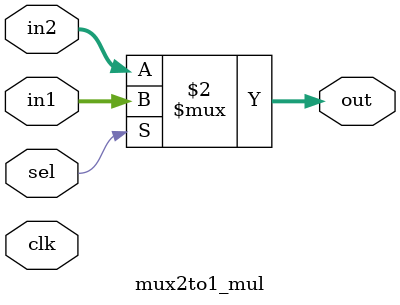
<source format=v>
module mux2to1 (
    clk,
    sel,
    in1,
    in2,
    out
);
    input sel,in1,in2,clk;
    output out;
    reg out;

    //assign out = sel?in1:in2;
    always @(clk) begin
        out<=sel?in1:in2;
    end

endmodule

module mux2to1_mul (
    clk,
    sel,
    in1,
    in2,
    out
);
    input sel,clk;
    input [6:0] in1,in2;
    output [6:0] out;
    reg [6:0] out;

    //assign out = sel?in1:in2;
    always @(clk) begin
        out<=sel?in1:in2;
    end

endmodule
</source>
